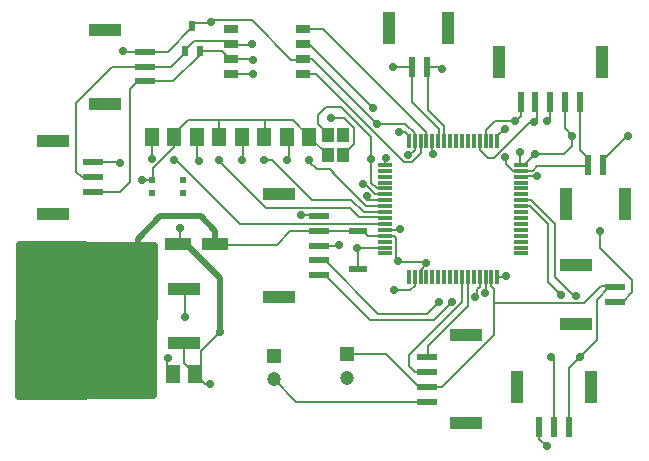
<source format=gbr>
G04 DipTrace 3.2.0.1*
G04 Top.gbr*
%MOIN*%
G04 #@! TF.FileFunction,Copper,L1,Top*
G04 #@! TF.Part,Single*
G04 #@! TA.AperFunction,Conductor*
%ADD14C,0.007874*%
%ADD15C,0.019685*%
G04 #@! TA.AperFunction,CopperBalancing*
%ADD16C,0.025*%
%ADD21R,0.086614X0.03937*%
%ADD23R,0.019685X0.033465*%
%ADD24R,0.051181X0.059055*%
%ADD25R,0.03937X0.110236*%
%ADD26R,0.023622X0.066929*%
G04 #@! TA.AperFunction,ComponentPad*
%ADD27R,0.047244X0.047244*%
%ADD28C,0.047244*%
%ADD29R,0.110236X0.03937*%
%ADD30R,0.066929X0.023622*%
%ADD31R,0.018898X0.022441*%
%ADD32R,0.059055X0.021654*%
%ADD35R,0.047244X0.011811*%
%ADD36R,0.011811X0.047244*%
%ADD38R,0.045X0.03*%
%ADD40R,0.108268X0.03937*%
%ADD41R,0.242126X0.218504*%
%ADD42R,0.03937X0.047244*%
G04 #@! TA.AperFunction,ViaPad*
%ADD43C,0.027559*%
%ADD45C,0.062992*%
%FSLAX26Y26*%
G04*
G70*
G90*
G75*
G01*
G04 Top*
%LPD*%
X1663976Y1376009D2*
D14*
Y1394005D1*
X1668228Y1398257D1*
X1709446Y1485983D2*
X1729904D1*
X1744215Y1471672D1*
Y1454749D1*
X1742717D1*
X1390518Y1779413D2*
X1409924D1*
X1623866Y1565471D1*
X1098562Y1111526D2*
Y1109650D1*
X1302001D1*
X1348185Y1155833D1*
X1443682D1*
Y1158521D1*
X1446383Y1155820D1*
X1574472D1*
Y1156751D1*
X1589675D1*
X1606636Y1139789D1*
X1663976D1*
X1692793D1*
X1700353Y1132228D1*
Y1056692D1*
X1706058D1*
X848648Y1065007D2*
Y995020D1*
X731492Y877864D1*
Y873235D1*
X1098562Y1111526D2*
D15*
Y1156098D1*
X1050650Y1204010D1*
X914272D1*
X840478Y1130217D1*
Y1065007D1*
X848648D1*
X2037992Y1001993D2*
D14*
X2065650D1*
X2067890Y1004234D1*
X2116732Y1376009D2*
X2127916D1*
X2164915Y1413008D1*
X2263299Y1585315D2*
Y1498013D1*
X2287686Y1473626D1*
Y1439602D1*
X2258720Y1410636D1*
X2167286D1*
X2164915Y1413008D1*
X2116732Y1376009D2*
X2114786D1*
Y1417480D1*
X2113507Y1418760D1*
X1782087Y1001993D2*
Y1026045D1*
X1805282Y1049240D1*
X1799098D1*
X1706058Y1056692D2*
Y1051265D1*
X1797073D1*
X1799098Y1049240D1*
X997630Y869117D2*
Y960640D1*
X995272Y962999D1*
X1292794Y660609D2*
Y662131D1*
X1367874Y587051D1*
X1803371D1*
X862794Y1653862D2*
X958469D1*
X1046743Y1742136D1*
Y1754491D1*
X862794Y1653862D2*
X839371D1*
X813902Y1628392D1*
Y1318335D1*
X781379Y1285812D1*
X690287D1*
X1150020Y1729413D2*
X1219459D1*
X1223127Y1725745D1*
X1046743Y1754491D2*
X1121799D1*
X1146877Y1729413D1*
X1150020D1*
X862794Y1703075D2*
X949976D1*
X995556Y1748655D1*
Y1754491D1*
X1150020Y1779413D2*
Y1774996D1*
X1217063D1*
X1220566Y1778499D1*
X995556Y1754491D2*
Y1757533D1*
X1025770Y1787747D1*
X1157955D1*
X1150020Y1779811D1*
Y1779413D1*
X862794Y1703075D2*
X754076D1*
X634160Y1583159D1*
Y1353625D1*
X652761Y1335025D1*
X690287D1*
X1390518Y1829413D2*
X1456932D1*
X1801772Y1484573D1*
Y1454749D1*
X1390518Y1679413D2*
X1432302D1*
X1726608Y1385108D1*
X1752302D1*
X1783035Y1415841D1*
Y1453801D1*
X1782087Y1454749D1*
X2227285Y502395D2*
Y726172D1*
X2218531Y734925D1*
X2250373Y941344D2*
X2205957Y985760D1*
Y1179797D1*
X2147539Y1238214D1*
X2116732D1*
X1803371Y685476D2*
X1763525D1*
X1744789Y704213D1*
Y742466D1*
X1921455Y919133D1*
Y1000420D1*
X1919882Y1001993D1*
X1803371Y734689D2*
X1807927D1*
Y772639D1*
X1939567Y904280D1*
Y1001993D1*
X1390518Y1729413D2*
X1421077D1*
X1637654Y1512837D1*
X862794Y1752287D2*
X939391D1*
X1021150Y1834046D1*
Y1837168D1*
X1084718Y1851592D2*
Y1850386D1*
X1021150D1*
Y1837168D1*
X1084718Y1851592D2*
Y1857176D1*
X1220403D1*
X1351150Y1726429D1*
X1390518D1*
Y1729413D1*
X2276497Y502395D2*
Y699680D1*
X2313591Y736773D1*
X2312512Y1585315D2*
Y1425773D1*
X2342042Y1396243D1*
Y1376161D1*
X2340714D1*
X2431685Y968949D2*
X2411927D1*
X2368689Y925711D1*
Y791871D1*
X2313591Y736773D1*
X2431685Y968949D2*
Y971112D1*
X2383358D1*
X2326339Y914092D1*
X2027521D1*
Y962854D1*
X2018307Y972068D1*
Y1001993D1*
X2340714Y1376161D2*
Y1370665D1*
X2169938D1*
X2155597Y1356324D1*
X2116732D1*
X2090199D1*
X2066156Y1380367D1*
Y1402123D1*
X2064877D1*
X885991Y1326361D2*
X853899D1*
X853820Y1326440D1*
X960971Y1470112D2*
Y1435113D1*
X890857Y1364999D1*
Y1326361D1*
X885991D1*
X960971Y1470112D2*
Y1479739D1*
X1006676Y1525444D1*
X1110971D1*
Y1470112D1*
Y1525444D2*
X1263156D1*
Y1470112D1*
X1260971D1*
X1263156Y1525444D2*
X1355639D1*
X1410971Y1470112D1*
X1663976Y1159474D2*
X1711878D1*
X1713576Y1161172D1*
X1383942Y1207329D2*
X1441399D1*
X1443682Y1205046D1*
X1637654Y1512837D2*
X1730316D1*
X1762402Y1480752D1*
Y1454749D1*
X979572Y1164144D2*
Y1118521D1*
X972577Y1111526D1*
X995272Y783471D2*
Y715176D1*
X1031724Y678723D1*
X1080371Y645999D2*
X1064449D1*
X1031724Y678723D1*
X1051496D1*
Y755869D1*
X1114295Y818668D1*
D15*
Y997526D1*
X1000295Y1111526D1*
X972577D1*
X1762402Y1454749D2*
D14*
Y1426660D1*
X1745249Y1409508D1*
X1739169D1*
X1695259Y957445D2*
X1747039D1*
X1763327Y973732D1*
Y1001993D1*
X1762402D1*
X1410971Y1470112D2*
X1411881D1*
X1472885Y1409108D1*
X1803371Y636264D2*
Y635289D1*
X1853711D1*
X2027521Y809098D1*
Y914092D1*
X1537966Y744169D2*
X1667581D1*
X1775487Y636264D1*
X1803371D1*
X862794Y1752287D2*
X794436D1*
X790291Y1756432D1*
X690287Y1384238D2*
X777965D1*
X780298Y1381904D1*
X1823003Y1411820D2*
X1821457Y1413366D1*
Y1454749D1*
X1802043Y1701404D2*
X1846504D1*
X1853039Y1694869D1*
X1802043Y1701404D2*
X1805697D1*
Y1560217D1*
X1861946Y1503967D1*
Y1454749D1*
X1860827D1*
X1752831Y1701404D2*
X1692429D1*
X1691364Y1702470D1*
X1752831Y1701404D2*
Y1585718D1*
X1842182Y1496366D1*
Y1454749D1*
X1841142D1*
X1411860Y1390567D2*
Y1384314D1*
X1435501Y1360672D1*
X1480290D1*
X1492748Y1348214D1*
X1490946D1*
X1600946Y1238214D1*
X1663976D1*
X1260970Y1391009D2*
X1288416D1*
X1419677Y1259748D1*
X1551297D1*
X1593516Y1217529D1*
X1663976D1*
Y1218529D1*
X1109639Y1391167D2*
X1106831D1*
X1265878Y1232119D1*
X1546887D1*
X1577310Y1201697D1*
X1663976D1*
Y1198844D1*
X960371Y1391404D2*
X967475D1*
X1179720Y1179159D1*
X1663976D1*
X2379533Y1157088D2*
Y1098941D1*
X2487816Y990657D1*
Y951946D1*
X2455606Y919736D1*
X2431685D1*
X1964594Y935516D2*
X1971209D1*
Y960818D1*
X1978937Y968546D1*
Y1001993D1*
X2398432Y1375684D2*
Y1400340D1*
X2469382Y1471290D1*
X2474383D1*
X1995925Y948231D2*
X1998622D1*
Y1001993D1*
X1150020Y1679413D2*
X1220858D1*
X1221969Y1678303D1*
X1617046Y1395252D2*
Y1316933D1*
X1636710Y1297269D1*
X1663976D1*
X1617046Y1395252D2*
Y1468282D1*
X1516975Y1568353D1*
X1468349D1*
X1441860Y1541864D1*
Y1513253D1*
X1479076Y1476037D1*
X1472885D1*
X1524066Y1409108D2*
X1558857Y1443899D1*
Y1499142D1*
X1527290Y1530709D1*
X1484849D1*
X1590995Y1310686D2*
X1597639Y1304042D1*
X1604579D1*
X1631037Y1277584D1*
X1663976D1*
X1336168Y1470112D2*
X1342219D1*
Y1397291D1*
X1335518Y1390591D1*
X1186168Y1470112D2*
X1190944D1*
Y1395555D1*
X1185979Y1390591D1*
X1036168Y1470112D2*
Y1396312D1*
X1042266Y1390214D1*
X886168Y1470112D2*
Y1394188D1*
X886333Y1394022D1*
X1574472Y1027867D2*
Y1092759D1*
X1569689Y1097542D1*
Y1099361D1*
X1662919D1*
X1663976Y1100419D1*
X956921Y678723D2*
X937673D1*
Y728757D1*
X939697Y730781D1*
X2178072Y502395D2*
Y463119D1*
X2202047Y439144D1*
X2300070Y938967D2*
X2294538D1*
X2230510Y1002995D1*
Y1178042D1*
X2150654Y1257899D1*
X2116732D1*
X1443682Y1106621D2*
X1509969D1*
X1511794Y1108446D1*
X1602667Y1271215D2*
Y1258639D1*
X1663236D1*
X1663976Y1257899D1*
X1842106Y919123D2*
X1843332D1*
X1803642Y879433D1*
X1641138D1*
X1463163Y1057408D1*
X1443682D1*
X2063028Y1494966D2*
Y1496432D1*
X2037992Y1471396D1*
Y1454749D1*
X1885886Y919802D2*
X1887274D1*
X1825916Y858444D1*
X1613877D1*
X1464125Y1008196D1*
X1443682D1*
X2171720Y1337911D2*
X2118004D1*
X2116732Y1336639D1*
X2214087Y1585315D2*
Y1530406D1*
X2204533Y1520852D1*
X2164874Y1585315D2*
X2168741D1*
Y1529974D1*
X2158854Y1520087D1*
X2147080D1*
X2025785Y1398791D1*
X2007185D1*
X1978937Y1427039D1*
Y1454749D1*
X2115661Y1585315D2*
Y1539514D1*
X2099150Y1523003D1*
X2095396D1*
X2029299D1*
X1998831Y1492534D1*
Y1454958D1*
X1998622Y1454749D1*
D43*
X1799098Y1049240D3*
X1484849Y1530709D3*
X1569689Y1097542D3*
X1964594Y935516D3*
X1995925Y948231D3*
X1739169Y1409508D3*
X979572Y1164144D3*
X1511794Y1108446D3*
X1602667Y1271215D3*
X1706058Y1056692D3*
X1713576Y1161172D3*
X2202047Y439144D3*
X2250373Y941344D3*
X2300070Y938967D3*
X1617046Y1395252D3*
X1590995Y1310686D3*
X853820Y1326440D3*
X1885886Y919802D3*
X2171720Y1337911D3*
X1842106Y919123D3*
X1114295Y818668D3*
X1080371Y645999D3*
X997630Y869117D3*
X939697Y730781D3*
X2474383Y1471290D3*
X2287686Y1473626D3*
X2379533Y1157088D3*
X1221969Y1678303D3*
X1223127Y1725745D3*
X1220566Y1778499D3*
X1709446Y1485983D3*
X1668228Y1398257D3*
X2067890Y1004234D3*
X2164915Y1413008D3*
X1084718Y1851592D3*
X1637654Y1512837D3*
X1623866Y1565471D3*
X2204533Y1520852D3*
X2158854Y1520087D3*
X2095396Y1523003D3*
X1691364Y1702470D3*
X1853039Y1694869D3*
X1411860Y1390567D3*
X1335518Y1390591D3*
X1260970Y1391009D3*
X1185979Y1390591D3*
X1109639Y1391167D3*
X1042266Y1390214D3*
X960371Y1391404D3*
X886333Y1394022D3*
X2313591Y736773D3*
D45*
X470301Y1068121D3*
X476688Y988571D3*
X475898Y900113D3*
X471833Y648026D3*
X547400Y1068119D3*
X624089Y1068223D3*
X696416Y1068119D3*
X771652Y1066563D3*
X848648Y1065007D3*
X548955Y983031D3*
X548853Y898657D3*
X550820Y649992D3*
X627509Y651652D3*
X701597Y651550D3*
X780050Y651652D3*
X853423Y651449D3*
X547297Y815990D3*
X475795D3*
X468537Y731412D3*
X549058Y734730D3*
D43*
X2063028Y1494966D3*
X2113507Y1418760D3*
X2064877Y1402123D3*
X2218531Y734925D3*
X1383942Y1207329D3*
X1695259Y957445D3*
X790291Y1756432D3*
X780298Y1381904D3*
X1823003Y1411820D3*
X448398Y1083000D2*
D16*
X890514D1*
X448325Y1058131D2*
X890407D1*
X448218Y1033262D2*
X890336D1*
X448147Y1008394D2*
X890264D1*
X448075Y983525D2*
X890156D1*
X448003Y958656D2*
X890084D1*
X447895Y933787D2*
X890012D1*
X447824Y908919D2*
X889904D1*
X447752Y884050D2*
X889833D1*
X447644Y859181D2*
X889761D1*
X447572Y834312D2*
X889654D1*
X447501Y809444D2*
X889581D1*
X447394Y784575D2*
X889510D1*
X447322Y759706D2*
X889403D1*
X447249Y734837D2*
X889331D1*
X447142Y709969D2*
X889259D1*
X447070Y685100D2*
X889151D1*
X446999Y660231D2*
X889080D1*
X446891Y635362D2*
X889008D1*
X446819Y610493D2*
X888900D1*
X891407Y609606D2*
X893084Y1106168D1*
X446013Y1107822D1*
X444307Y606289D1*
X891371Y609591D1*
D21*
X972577Y1111526D3*
X1098562D3*
D23*
X995556Y1754491D3*
X1046743D3*
X1021150Y1837168D3*
D24*
X1186168Y1470112D3*
X1260971D3*
X1036168D3*
X1110971D3*
X886168D3*
X960971D3*
X1336168D3*
X1410971D3*
X956921Y678723D3*
X1031724D3*
D25*
X2349332Y634285D3*
X2103269D3*
D26*
X2276497Y502395D3*
X2227285D3*
X2178072D3*
D27*
X1292794Y739349D3*
D28*
Y660609D3*
D27*
X1537966Y744169D3*
D28*
Y665429D3*
D25*
X1874878Y1833294D3*
X1678028D3*
D26*
X1802043Y1701404D3*
X1752831D3*
D25*
X2385346Y1717205D3*
X2042827D3*
D26*
X2263299Y1585315D3*
X2214087D3*
X2312512D3*
X2164874D3*
X2115661D3*
D29*
X1311793Y1277881D3*
Y935361D3*
D30*
X1443682Y1155833D3*
Y1106621D3*
Y1205046D3*
Y1057408D3*
Y1008196D3*
D29*
X730904Y1825122D3*
Y1579059D3*
D30*
X862794Y1752287D3*
Y1703075D3*
Y1653862D3*
D29*
X558398Y1457072D3*
Y1211009D3*
D30*
X690287Y1384238D3*
Y1335025D3*
Y1285812D3*
D29*
X1935261Y514217D3*
Y807524D3*
D30*
X1803371Y587051D3*
Y636264D3*
Y685476D3*
Y587051D3*
Y734689D3*
D29*
X2299795Y1041783D3*
Y844933D3*
D30*
X2431685Y968949D3*
Y919736D3*
D25*
X2267879Y1244272D3*
X2464730D3*
D26*
X2340714Y1376161D3*
X2389927D3*
D31*
X989140Y1326361D3*
X885991D3*
X989140Y1280692D3*
X885991D3*
D32*
X1574472Y1027867D3*
Y1155820D3*
D35*
X1663976Y1376009D3*
Y1356324D3*
Y1336639D3*
Y1316954D3*
Y1297269D3*
Y1277584D3*
Y1257899D3*
Y1238214D3*
Y1218529D3*
Y1198844D3*
Y1179159D3*
Y1159474D3*
Y1139789D3*
Y1120104D3*
Y1100419D3*
Y1080734D3*
D36*
X1742717Y1001993D3*
X1762402D3*
X1782087D3*
X1801772D3*
X1821457D3*
X1841142D3*
X1860827D3*
X1880512D3*
X1900197D3*
X1919882D3*
X1939567D3*
X1959252D3*
X1978937D3*
X1998622D3*
X2018307D3*
X2037992D3*
D35*
X2116732Y1080734D3*
Y1100419D3*
Y1120104D3*
Y1139789D3*
Y1159474D3*
Y1179159D3*
Y1198844D3*
Y1218529D3*
Y1238214D3*
Y1257899D3*
Y1277584D3*
Y1297269D3*
Y1316954D3*
Y1336639D3*
Y1356324D3*
Y1376009D3*
D36*
X2037992Y1454749D3*
X2018307D3*
X1998622D3*
X1978937D3*
X1959252D3*
X1939567D3*
X1919882D3*
X1900197D3*
X1880512D3*
X1860827D3*
X1841142D3*
X1821457D3*
X1801772D3*
X1782087D3*
X1762402D3*
X1742717D3*
D38*
X1390518Y1679413D3*
Y1729413D3*
Y1779413D3*
Y1829413D3*
X1150020D3*
Y1779413D3*
Y1729413D3*
Y1679413D3*
D40*
X995272Y783471D3*
Y962999D3*
D41*
X731492Y873235D3*
D42*
X1524066Y1476037D3*
X1472885D3*
X1524066Y1409108D3*
X1472885D3*
M02*

</source>
